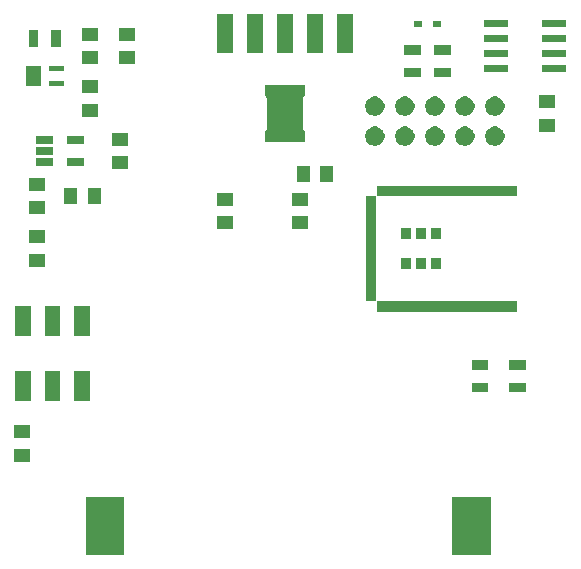
<source format=gbr>
G04 #@! TF.GenerationSoftware,KiCad,Pcbnew,(5.0.2)-1*
G04 #@! TF.CreationDate,2019-07-02T12:14:06-04:00*
G04 #@! TF.ProjectId,IGEM_Device,4947454d-5f44-4657-9669-63652e6b6963,rev?*
G04 #@! TF.SameCoordinates,Original*
G04 #@! TF.FileFunction,Soldermask,Top*
G04 #@! TF.FilePolarity,Negative*
%FSLAX46Y46*%
G04 Gerber Fmt 4.6, Leading zero omitted, Abs format (unit mm)*
G04 Created by KiCad (PCBNEW (5.0.2)-1) date 2019-07-02 12:14:06 PM*
%MOMM*%
%LPD*%
G01*
G04 APERTURE LIST*
%ADD10C,0.100000*%
G04 APERTURE END LIST*
D10*
G04 #@! TO.C,J2*
G36*
X119329000Y-51267000D02*
X120701000Y-51267000D01*
X120701000Y-54549020D01*
X119329000Y-54549020D01*
X119329000Y-51267000D01*
G37*
G36*
X121869000Y-51267000D02*
X123241000Y-51267000D01*
X123241000Y-54549020D01*
X121869000Y-54549020D01*
X121869000Y-51267000D01*
G37*
G36*
X124408997Y-51267000D02*
X125781003Y-51267000D01*
X125781003Y-54549020D01*
X124408997Y-54549020D01*
X124408997Y-51267000D01*
G37*
G36*
X126949000Y-51267000D02*
X128321000Y-51267000D01*
X128321000Y-54549020D01*
X126949000Y-54549020D01*
X126949000Y-51267000D01*
G37*
G36*
X129489000Y-51267000D02*
X130861000Y-51267000D01*
X130861000Y-54549020D01*
X129489000Y-54549020D01*
X129489000Y-51267000D01*
G37*
G36*
X142519600Y-97053600D02*
X139268000Y-97053600D01*
X139268000Y-92176400D01*
X142519600Y-92176400D01*
X142519600Y-97053600D01*
X142519600Y-97053600D01*
G37*
G36*
X111480800Y-97053600D02*
X108229200Y-97053600D01*
X108229200Y-92176400D01*
X111480800Y-92176400D01*
X111480800Y-97053600D01*
X111480800Y-97053600D01*
G37*
G36*
X103546000Y-89181000D02*
X102194000Y-89181000D01*
X102194000Y-88079000D01*
X103546000Y-88079000D01*
X103546000Y-89181000D01*
X103546000Y-89181000D01*
G37*
G36*
X103546000Y-87181000D02*
X102194000Y-87181000D01*
X102194000Y-86079000D01*
X103546000Y-86079000D01*
X103546000Y-87181000D01*
X103546000Y-87181000D01*
G37*
G36*
X108557900Y-84061500D02*
X107262100Y-84061500D01*
X107262100Y-81470300D01*
X108557900Y-81470300D01*
X108557900Y-84061500D01*
X108557900Y-84061500D01*
G37*
G36*
X103557900Y-84061500D02*
X102262100Y-84061500D01*
X102262100Y-81470300D01*
X103557900Y-81470300D01*
X103557900Y-84061500D01*
X103557900Y-84061500D01*
G37*
G36*
X106057900Y-84061500D02*
X104762100Y-84061500D01*
X104762100Y-81470300D01*
X106057900Y-81470300D01*
X106057900Y-84061500D01*
X106057900Y-84061500D01*
G37*
G36*
X145481000Y-83266000D02*
X144079000Y-83266000D01*
X144079000Y-82464000D01*
X145481000Y-82464000D01*
X145481000Y-83266000D01*
X145481000Y-83266000D01*
G37*
G36*
X142306000Y-83266000D02*
X140904000Y-83266000D01*
X140904000Y-82464000D01*
X142306000Y-82464000D01*
X142306000Y-83266000D01*
X142306000Y-83266000D01*
G37*
G36*
X145481000Y-81366000D02*
X144079000Y-81366000D01*
X144079000Y-80564000D01*
X145481000Y-80564000D01*
X145481000Y-81366000D01*
X145481000Y-81366000D01*
G37*
G36*
X142306000Y-81366000D02*
X140904000Y-81366000D01*
X140904000Y-80564000D01*
X142306000Y-80564000D01*
X142306000Y-81366000D01*
X142306000Y-81366000D01*
G37*
G36*
X103557900Y-78549700D02*
X102262100Y-78549700D01*
X102262100Y-75958500D01*
X103557900Y-75958500D01*
X103557900Y-78549700D01*
X103557900Y-78549700D01*
G37*
G36*
X106057900Y-78549700D02*
X104762100Y-78549700D01*
X104762100Y-75958500D01*
X106057900Y-75958500D01*
X106057900Y-78549700D01*
X106057900Y-78549700D01*
G37*
G36*
X108557900Y-78549700D02*
X107262100Y-78549700D01*
X107262100Y-75958500D01*
X108557900Y-75958500D01*
X108557900Y-78549700D01*
X108557900Y-78549700D01*
G37*
G36*
X132911000Y-75594000D02*
X144786000Y-75594000D01*
X144786000Y-76456000D01*
X132924000Y-76456000D01*
X132924000Y-75676000D01*
X132921598Y-75651614D01*
X132914485Y-75628165D01*
X132902934Y-75606554D01*
X132891015Y-75592032D01*
X132911000Y-75594000D01*
X132911000Y-75594000D01*
G37*
G36*
X132807066Y-66701554D02*
X132795515Y-66723165D01*
X132788402Y-66746614D01*
X132786000Y-66771000D01*
X132786000Y-75469000D01*
X132788402Y-75493386D01*
X132795515Y-75516835D01*
X132807066Y-75538446D01*
X132818985Y-75552968D01*
X132799000Y-75551000D01*
X131924000Y-75551000D01*
X131924000Y-66689000D01*
X132799000Y-66689000D01*
X132818985Y-66687032D01*
X132807066Y-66701554D01*
X132807066Y-66701554D01*
G37*
G36*
X135786000Y-72821000D02*
X134924000Y-72821000D01*
X134924000Y-71959000D01*
X135786000Y-71959000D01*
X135786000Y-72821000D01*
X135786000Y-72821000D01*
G37*
G36*
X137036000Y-72821000D02*
X136174000Y-72821000D01*
X136174000Y-71959000D01*
X137036000Y-71959000D01*
X137036000Y-72821000D01*
X137036000Y-72821000D01*
G37*
G36*
X138306000Y-72821000D02*
X137444000Y-72821000D01*
X137444000Y-71959000D01*
X138306000Y-71959000D01*
X138306000Y-72821000D01*
X138306000Y-72821000D01*
G37*
G36*
X104816000Y-72671000D02*
X103464000Y-72671000D01*
X103464000Y-71569000D01*
X104816000Y-71569000D01*
X104816000Y-72671000D01*
X104816000Y-72671000D01*
G37*
G36*
X104816000Y-70671000D02*
X103464000Y-70671000D01*
X103464000Y-69569000D01*
X104816000Y-69569000D01*
X104816000Y-70671000D01*
X104816000Y-70671000D01*
G37*
G36*
X135766000Y-70281000D02*
X134904000Y-70281000D01*
X134904000Y-69419000D01*
X135766000Y-69419000D01*
X135766000Y-70281000D01*
X135766000Y-70281000D01*
G37*
G36*
X137036000Y-70281000D02*
X136174000Y-70281000D01*
X136174000Y-69419000D01*
X137036000Y-69419000D01*
X137036000Y-70281000D01*
X137036000Y-70281000D01*
G37*
G36*
X138306000Y-70281000D02*
X137444000Y-70281000D01*
X137444000Y-69419000D01*
X138306000Y-69419000D01*
X138306000Y-70281000D01*
X138306000Y-70281000D01*
G37*
G36*
X120691000Y-69496000D02*
X119339000Y-69496000D01*
X119339000Y-68394000D01*
X120691000Y-68394000D01*
X120691000Y-69496000D01*
X120691000Y-69496000D01*
G37*
G36*
X127041000Y-69496000D02*
X125689000Y-69496000D01*
X125689000Y-68394000D01*
X127041000Y-68394000D01*
X127041000Y-69496000D01*
X127041000Y-69496000D01*
G37*
G36*
X104816000Y-68226000D02*
X103464000Y-68226000D01*
X103464000Y-67124000D01*
X104816000Y-67124000D01*
X104816000Y-68226000D01*
X104816000Y-68226000D01*
G37*
G36*
X120691000Y-67496000D02*
X119339000Y-67496000D01*
X119339000Y-66394000D01*
X120691000Y-66394000D01*
X120691000Y-67496000D01*
X120691000Y-67496000D01*
G37*
G36*
X127041000Y-67496000D02*
X125689000Y-67496000D01*
X125689000Y-66394000D01*
X127041000Y-66394000D01*
X127041000Y-67496000D01*
X127041000Y-67496000D01*
G37*
G36*
X107501000Y-67351000D02*
X106399000Y-67351000D01*
X106399000Y-65999000D01*
X107501000Y-65999000D01*
X107501000Y-67351000D01*
X107501000Y-67351000D01*
G37*
G36*
X109501000Y-67351000D02*
X108399000Y-67351000D01*
X108399000Y-65999000D01*
X109501000Y-65999000D01*
X109501000Y-67351000D01*
X109501000Y-67351000D01*
G37*
G36*
X144786000Y-66646000D02*
X132911000Y-66646000D01*
X132891015Y-66647968D01*
X132902934Y-66633446D01*
X132914485Y-66611835D01*
X132921598Y-66588386D01*
X132924000Y-66564000D01*
X132924000Y-65784000D01*
X144786000Y-65784000D01*
X144786000Y-66646000D01*
X144786000Y-66646000D01*
G37*
G36*
X104816000Y-66226000D02*
X103464000Y-66226000D01*
X103464000Y-65124000D01*
X104816000Y-65124000D01*
X104816000Y-66226000D01*
X104816000Y-66226000D01*
G37*
G36*
X129186000Y-65446000D02*
X128084000Y-65446000D01*
X128084000Y-64094000D01*
X129186000Y-64094000D01*
X129186000Y-65446000D01*
X129186000Y-65446000D01*
G37*
G36*
X127186000Y-65446000D02*
X126084000Y-65446000D01*
X126084000Y-64094000D01*
X127186000Y-64094000D01*
X127186000Y-65446000D01*
X127186000Y-65446000D01*
G37*
G36*
X111801000Y-64416000D02*
X110449000Y-64416000D01*
X110449000Y-63314000D01*
X111801000Y-63314000D01*
X111801000Y-64416000D01*
X111801000Y-64416000D01*
G37*
G36*
X108051800Y-64145401D02*
X106629000Y-64145401D01*
X106629000Y-63484601D01*
X108051800Y-63484601D01*
X108051800Y-64145401D01*
X108051800Y-64145401D01*
G37*
G36*
X105461000Y-64145401D02*
X104038200Y-64145401D01*
X104038200Y-63484601D01*
X105461000Y-63484601D01*
X105461000Y-64145401D01*
X105461000Y-64145401D01*
G37*
G36*
X105461000Y-63195400D02*
X104038200Y-63195400D01*
X104038200Y-62534600D01*
X105461000Y-62534600D01*
X105461000Y-63195400D01*
X105461000Y-63195400D01*
G37*
G36*
X111801000Y-62416000D02*
X110449000Y-62416000D01*
X110449000Y-61314000D01*
X111801000Y-61314000D01*
X111801000Y-62416000D01*
X111801000Y-62416000D01*
G37*
G36*
X138032142Y-60813242D02*
X138180102Y-60874530D01*
X138247130Y-60919317D01*
X138313257Y-60963501D01*
X138426499Y-61076743D01*
X138446975Y-61107388D01*
X138515470Y-61209898D01*
X138576758Y-61357858D01*
X138608000Y-61514925D01*
X138608000Y-61675075D01*
X138576758Y-61832142D01*
X138515470Y-61980102D01*
X138426498Y-62113258D01*
X138313258Y-62226498D01*
X138180102Y-62315470D01*
X138032142Y-62376758D01*
X137875075Y-62408000D01*
X137714925Y-62408000D01*
X137557858Y-62376758D01*
X137409898Y-62315470D01*
X137276742Y-62226498D01*
X137163502Y-62113258D01*
X137074530Y-61980102D01*
X137013242Y-61832142D01*
X136982000Y-61675075D01*
X136982000Y-61514925D01*
X137013242Y-61357858D01*
X137074530Y-61209898D01*
X137143025Y-61107388D01*
X137163501Y-61076743D01*
X137276743Y-60963501D01*
X137342870Y-60919317D01*
X137409898Y-60874530D01*
X137557858Y-60813242D01*
X137714925Y-60782000D01*
X137875075Y-60782000D01*
X138032142Y-60813242D01*
X138032142Y-60813242D01*
G37*
G36*
X132952142Y-60813242D02*
X133100102Y-60874530D01*
X133167130Y-60919317D01*
X133233257Y-60963501D01*
X133346499Y-61076743D01*
X133366975Y-61107388D01*
X133435470Y-61209898D01*
X133496758Y-61357858D01*
X133528000Y-61514925D01*
X133528000Y-61675075D01*
X133496758Y-61832142D01*
X133435470Y-61980102D01*
X133346498Y-62113258D01*
X133233258Y-62226498D01*
X133100102Y-62315470D01*
X132952142Y-62376758D01*
X132795075Y-62408000D01*
X132634925Y-62408000D01*
X132477858Y-62376758D01*
X132329898Y-62315470D01*
X132196742Y-62226498D01*
X132083502Y-62113258D01*
X131994530Y-61980102D01*
X131933242Y-61832142D01*
X131902000Y-61675075D01*
X131902000Y-61514925D01*
X131933242Y-61357858D01*
X131994530Y-61209898D01*
X132063025Y-61107388D01*
X132083501Y-61076743D01*
X132196743Y-60963501D01*
X132262870Y-60919317D01*
X132329898Y-60874530D01*
X132477858Y-60813242D01*
X132634925Y-60782000D01*
X132795075Y-60782000D01*
X132952142Y-60813242D01*
X132952142Y-60813242D01*
G37*
G36*
X135492142Y-60813242D02*
X135640102Y-60874530D01*
X135707130Y-60919317D01*
X135773257Y-60963501D01*
X135886499Y-61076743D01*
X135906975Y-61107388D01*
X135975470Y-61209898D01*
X136036758Y-61357858D01*
X136068000Y-61514925D01*
X136068000Y-61675075D01*
X136036758Y-61832142D01*
X135975470Y-61980102D01*
X135886498Y-62113258D01*
X135773258Y-62226498D01*
X135640102Y-62315470D01*
X135492142Y-62376758D01*
X135335075Y-62408000D01*
X135174925Y-62408000D01*
X135017858Y-62376758D01*
X134869898Y-62315470D01*
X134736742Y-62226498D01*
X134623502Y-62113258D01*
X134534530Y-61980102D01*
X134473242Y-61832142D01*
X134442000Y-61675075D01*
X134442000Y-61514925D01*
X134473242Y-61357858D01*
X134534530Y-61209898D01*
X134603025Y-61107388D01*
X134623501Y-61076743D01*
X134736743Y-60963501D01*
X134802870Y-60919317D01*
X134869898Y-60874530D01*
X135017858Y-60813242D01*
X135174925Y-60782000D01*
X135335075Y-60782000D01*
X135492142Y-60813242D01*
X135492142Y-60813242D01*
G37*
G36*
X140572142Y-60813242D02*
X140720102Y-60874530D01*
X140787130Y-60919317D01*
X140853257Y-60963501D01*
X140966499Y-61076743D01*
X140986975Y-61107388D01*
X141055470Y-61209898D01*
X141116758Y-61357858D01*
X141148000Y-61514925D01*
X141148000Y-61675075D01*
X141116758Y-61832142D01*
X141055470Y-61980102D01*
X140966498Y-62113258D01*
X140853258Y-62226498D01*
X140720102Y-62315470D01*
X140572142Y-62376758D01*
X140415075Y-62408000D01*
X140254925Y-62408000D01*
X140097858Y-62376758D01*
X139949898Y-62315470D01*
X139816742Y-62226498D01*
X139703502Y-62113258D01*
X139614530Y-61980102D01*
X139553242Y-61832142D01*
X139522000Y-61675075D01*
X139522000Y-61514925D01*
X139553242Y-61357858D01*
X139614530Y-61209898D01*
X139683025Y-61107388D01*
X139703501Y-61076743D01*
X139816743Y-60963501D01*
X139882870Y-60919317D01*
X139949898Y-60874530D01*
X140097858Y-60813242D01*
X140254925Y-60782000D01*
X140415075Y-60782000D01*
X140572142Y-60813242D01*
X140572142Y-60813242D01*
G37*
G36*
X143112142Y-60813242D02*
X143260102Y-60874530D01*
X143327130Y-60919317D01*
X143393257Y-60963501D01*
X143506499Y-61076743D01*
X143526975Y-61107388D01*
X143595470Y-61209898D01*
X143656758Y-61357858D01*
X143688000Y-61514925D01*
X143688000Y-61675075D01*
X143656758Y-61832142D01*
X143595470Y-61980102D01*
X143506498Y-62113258D01*
X143393258Y-62226498D01*
X143260102Y-62315470D01*
X143112142Y-62376758D01*
X142955075Y-62408000D01*
X142794925Y-62408000D01*
X142637858Y-62376758D01*
X142489898Y-62315470D01*
X142356742Y-62226498D01*
X142243502Y-62113258D01*
X142154530Y-61980102D01*
X142093242Y-61832142D01*
X142062000Y-61675075D01*
X142062000Y-61514925D01*
X142093242Y-61357858D01*
X142154530Y-61209898D01*
X142223025Y-61107388D01*
X142243501Y-61076743D01*
X142356743Y-60963501D01*
X142422870Y-60919317D01*
X142489898Y-60874530D01*
X142637858Y-60813242D01*
X142794925Y-60782000D01*
X142955075Y-60782000D01*
X143112142Y-60813242D01*
X143112142Y-60813242D01*
G37*
G36*
X105461000Y-62245399D02*
X104038200Y-62245399D01*
X104038200Y-61584599D01*
X105461000Y-61584599D01*
X105461000Y-62245399D01*
X105461000Y-62245399D01*
G37*
G36*
X108051800Y-62245399D02*
X106629000Y-62245399D01*
X106629000Y-61584599D01*
X108051800Y-61584599D01*
X108051800Y-62245399D01*
X108051800Y-62245399D01*
G37*
G36*
X126781000Y-58236000D02*
X126771000Y-58236000D01*
X126746614Y-58238402D01*
X126723165Y-58245515D01*
X126701554Y-58257066D01*
X126682612Y-58272612D01*
X126667066Y-58291554D01*
X126655515Y-58313165D01*
X126648402Y-58336614D01*
X126646000Y-58361000D01*
X126646000Y-61019000D01*
X126648402Y-61043386D01*
X126655515Y-61066835D01*
X126667066Y-61088446D01*
X126682612Y-61107388D01*
X126701554Y-61122934D01*
X126723165Y-61134485D01*
X126746614Y-61141598D01*
X126771000Y-61144000D01*
X126781000Y-61144000D01*
X126781000Y-62106000D01*
X123409000Y-62106000D01*
X123409000Y-61144000D01*
X123419000Y-61144000D01*
X123443386Y-61141598D01*
X123466835Y-61134485D01*
X123488446Y-61122934D01*
X123507388Y-61107388D01*
X123522934Y-61088446D01*
X123534485Y-61066835D01*
X123541598Y-61043386D01*
X123544000Y-61019000D01*
X123544000Y-58361000D01*
X123541598Y-58336614D01*
X123534485Y-58313165D01*
X123522934Y-58291554D01*
X123507388Y-58272612D01*
X123488446Y-58257066D01*
X123466835Y-58245515D01*
X123443386Y-58238402D01*
X123419000Y-58236000D01*
X123409000Y-58236000D01*
X123409000Y-57274000D01*
X126781000Y-57274000D01*
X126781000Y-58236000D01*
X126781000Y-58236000D01*
G37*
G36*
X147996000Y-61241000D02*
X146644000Y-61241000D01*
X146644000Y-60139000D01*
X147996000Y-60139000D01*
X147996000Y-61241000D01*
X147996000Y-61241000D01*
G37*
G36*
X109261000Y-59971000D02*
X107909000Y-59971000D01*
X107909000Y-58869000D01*
X109261000Y-58869000D01*
X109261000Y-59971000D01*
X109261000Y-59971000D01*
G37*
G36*
X143112142Y-58273242D02*
X143260102Y-58334530D01*
X143393258Y-58423502D01*
X143506498Y-58536742D01*
X143595470Y-58669898D01*
X143656758Y-58817858D01*
X143688000Y-58974925D01*
X143688000Y-59135075D01*
X143656758Y-59292142D01*
X143595470Y-59440102D01*
X143506498Y-59573258D01*
X143393258Y-59686498D01*
X143260102Y-59775470D01*
X143112142Y-59836758D01*
X142955075Y-59868000D01*
X142794925Y-59868000D01*
X142637858Y-59836758D01*
X142489898Y-59775470D01*
X142356742Y-59686498D01*
X142243502Y-59573258D01*
X142154530Y-59440102D01*
X142093242Y-59292142D01*
X142062000Y-59135075D01*
X142062000Y-58974925D01*
X142093242Y-58817858D01*
X142154530Y-58669898D01*
X142243502Y-58536742D01*
X142356742Y-58423502D01*
X142489898Y-58334530D01*
X142637858Y-58273242D01*
X142794925Y-58242000D01*
X142955075Y-58242000D01*
X143112142Y-58273242D01*
X143112142Y-58273242D01*
G37*
G36*
X140572142Y-58273242D02*
X140720102Y-58334530D01*
X140853258Y-58423502D01*
X140966498Y-58536742D01*
X141055470Y-58669898D01*
X141116758Y-58817858D01*
X141148000Y-58974925D01*
X141148000Y-59135075D01*
X141116758Y-59292142D01*
X141055470Y-59440102D01*
X140966498Y-59573258D01*
X140853258Y-59686498D01*
X140720102Y-59775470D01*
X140572142Y-59836758D01*
X140415075Y-59868000D01*
X140254925Y-59868000D01*
X140097858Y-59836758D01*
X139949898Y-59775470D01*
X139816742Y-59686498D01*
X139703502Y-59573258D01*
X139614530Y-59440102D01*
X139553242Y-59292142D01*
X139522000Y-59135075D01*
X139522000Y-58974925D01*
X139553242Y-58817858D01*
X139614530Y-58669898D01*
X139703502Y-58536742D01*
X139816742Y-58423502D01*
X139949898Y-58334530D01*
X140097858Y-58273242D01*
X140254925Y-58242000D01*
X140415075Y-58242000D01*
X140572142Y-58273242D01*
X140572142Y-58273242D01*
G37*
G36*
X138032142Y-58273242D02*
X138180102Y-58334530D01*
X138313258Y-58423502D01*
X138426498Y-58536742D01*
X138515470Y-58669898D01*
X138576758Y-58817858D01*
X138608000Y-58974925D01*
X138608000Y-59135075D01*
X138576758Y-59292142D01*
X138515470Y-59440102D01*
X138426498Y-59573258D01*
X138313258Y-59686498D01*
X138180102Y-59775470D01*
X138032142Y-59836758D01*
X137875075Y-59868000D01*
X137714925Y-59868000D01*
X137557858Y-59836758D01*
X137409898Y-59775470D01*
X137276742Y-59686498D01*
X137163502Y-59573258D01*
X137074530Y-59440102D01*
X137013242Y-59292142D01*
X136982000Y-59135075D01*
X136982000Y-58974925D01*
X137013242Y-58817858D01*
X137074530Y-58669898D01*
X137163502Y-58536742D01*
X137276742Y-58423502D01*
X137409898Y-58334530D01*
X137557858Y-58273242D01*
X137714925Y-58242000D01*
X137875075Y-58242000D01*
X138032142Y-58273242D01*
X138032142Y-58273242D01*
G37*
G36*
X135492142Y-58273242D02*
X135640102Y-58334530D01*
X135773258Y-58423502D01*
X135886498Y-58536742D01*
X135975470Y-58669898D01*
X136036758Y-58817858D01*
X136068000Y-58974925D01*
X136068000Y-59135075D01*
X136036758Y-59292142D01*
X135975470Y-59440102D01*
X135886498Y-59573258D01*
X135773258Y-59686498D01*
X135640102Y-59775470D01*
X135492142Y-59836758D01*
X135335075Y-59868000D01*
X135174925Y-59868000D01*
X135017858Y-59836758D01*
X134869898Y-59775470D01*
X134736742Y-59686498D01*
X134623502Y-59573258D01*
X134534530Y-59440102D01*
X134473242Y-59292142D01*
X134442000Y-59135075D01*
X134442000Y-58974925D01*
X134473242Y-58817858D01*
X134534530Y-58669898D01*
X134623502Y-58536742D01*
X134736742Y-58423502D01*
X134869898Y-58334530D01*
X135017858Y-58273242D01*
X135174925Y-58242000D01*
X135335075Y-58242000D01*
X135492142Y-58273242D01*
X135492142Y-58273242D01*
G37*
G36*
X132952142Y-58273242D02*
X133100102Y-58334530D01*
X133233258Y-58423502D01*
X133346498Y-58536742D01*
X133435470Y-58669898D01*
X133496758Y-58817858D01*
X133528000Y-58974925D01*
X133528000Y-59135075D01*
X133496758Y-59292142D01*
X133435470Y-59440102D01*
X133346498Y-59573258D01*
X133233258Y-59686498D01*
X133100102Y-59775470D01*
X132952142Y-59836758D01*
X132795075Y-59868000D01*
X132634925Y-59868000D01*
X132477858Y-59836758D01*
X132329898Y-59775470D01*
X132196742Y-59686498D01*
X132083502Y-59573258D01*
X131994530Y-59440102D01*
X131933242Y-59292142D01*
X131902000Y-59135075D01*
X131902000Y-58974925D01*
X131933242Y-58817858D01*
X131994530Y-58669898D01*
X132083502Y-58536742D01*
X132196742Y-58423502D01*
X132329898Y-58334530D01*
X132477858Y-58273242D01*
X132634925Y-58242000D01*
X132795075Y-58242000D01*
X132952142Y-58273242D01*
X132952142Y-58273242D01*
G37*
G36*
X147996000Y-59241000D02*
X146644000Y-59241000D01*
X146644000Y-58139000D01*
X147996000Y-58139000D01*
X147996000Y-59241000D01*
X147996000Y-59241000D01*
G37*
G36*
X109261000Y-57971000D02*
X107909000Y-57971000D01*
X107909000Y-56869000D01*
X109261000Y-56869000D01*
X109261000Y-57971000D01*
X109261000Y-57971000D01*
G37*
G36*
X106375400Y-57393799D02*
X105105000Y-57393799D01*
X105105000Y-56936199D01*
X106375400Y-56936199D01*
X106375400Y-57393799D01*
X106375400Y-57393799D01*
G37*
G36*
X104445000Y-57393799D02*
X103174600Y-57393799D01*
X103174600Y-55636201D01*
X104445000Y-55636201D01*
X104445000Y-57393799D01*
X104445000Y-57393799D01*
G37*
G36*
X139131000Y-56596000D02*
X137729000Y-56596000D01*
X137729000Y-55794000D01*
X139131000Y-55794000D01*
X139131000Y-56596000D01*
X139131000Y-56596000D01*
G37*
G36*
X136591000Y-56596000D02*
X135189000Y-56596000D01*
X135189000Y-55794000D01*
X136591000Y-55794000D01*
X136591000Y-56596000D01*
X136591000Y-56596000D01*
G37*
G36*
X148920400Y-56210400D02*
X146837200Y-56210400D01*
X146837200Y-55549600D01*
X148920400Y-55549600D01*
X148920400Y-56210400D01*
X148920400Y-56210400D01*
G37*
G36*
X143992800Y-56210400D02*
X141909600Y-56210400D01*
X141909600Y-55549600D01*
X143992800Y-55549600D01*
X143992800Y-56210400D01*
X143992800Y-56210400D01*
G37*
G36*
X106375400Y-56093801D02*
X105105000Y-56093801D01*
X105105000Y-55636201D01*
X106375400Y-55636201D01*
X106375400Y-56093801D01*
X106375400Y-56093801D01*
G37*
G36*
X109261000Y-55526000D02*
X107909000Y-55526000D01*
X107909000Y-54424000D01*
X109261000Y-54424000D01*
X109261000Y-55526000D01*
X109261000Y-55526000D01*
G37*
G36*
X112436000Y-55526000D02*
X111084000Y-55526000D01*
X111084000Y-54424000D01*
X112436000Y-54424000D01*
X112436000Y-55526000D01*
X112436000Y-55526000D01*
G37*
G36*
X143992800Y-54940400D02*
X141909600Y-54940400D01*
X141909600Y-54279600D01*
X143992800Y-54279600D01*
X143992800Y-54940400D01*
X143992800Y-54940400D01*
G37*
G36*
X148920400Y-54940400D02*
X146837200Y-54940400D01*
X146837200Y-54279600D01*
X148920400Y-54279600D01*
X148920400Y-54940400D01*
X148920400Y-54940400D01*
G37*
G36*
X136591000Y-54696000D02*
X135189000Y-54696000D01*
X135189000Y-53894000D01*
X136591000Y-53894000D01*
X136591000Y-54696000D01*
X136591000Y-54696000D01*
G37*
G36*
X139131000Y-54696000D02*
X137729000Y-54696000D01*
X137729000Y-53894000D01*
X139131000Y-53894000D01*
X139131000Y-54696000D01*
X139131000Y-54696000D01*
G37*
G36*
X130861000Y-54549000D02*
X129489000Y-54549000D01*
X129489000Y-51267000D01*
X130861000Y-51267000D01*
X130861000Y-54549000D01*
X130861000Y-54549000D01*
G37*
G36*
X128321000Y-54549000D02*
X126949000Y-54549000D01*
X126949000Y-51267000D01*
X128321000Y-51267000D01*
X128321000Y-54549000D01*
X128321000Y-54549000D01*
G37*
G36*
X125781000Y-54549000D02*
X124409000Y-54549000D01*
X124409000Y-51267000D01*
X125781000Y-51267000D01*
X125781000Y-54549000D01*
X125781000Y-54549000D01*
G37*
G36*
X123241000Y-54549000D02*
X121869000Y-54549000D01*
X121869000Y-51267000D01*
X123241000Y-51267000D01*
X123241000Y-54549000D01*
X123241000Y-54549000D01*
G37*
G36*
X120701000Y-54549000D02*
X119329000Y-54549000D01*
X119329000Y-51267000D01*
X120701000Y-51267000D01*
X120701000Y-54549000D01*
X120701000Y-54549000D01*
G37*
G36*
X104226000Y-54041000D02*
X103424000Y-54041000D01*
X103424000Y-52639000D01*
X104226000Y-52639000D01*
X104226000Y-54041000D01*
X104226000Y-54041000D01*
G37*
G36*
X106126000Y-54041000D02*
X105324000Y-54041000D01*
X105324000Y-52639000D01*
X106126000Y-52639000D01*
X106126000Y-54041000D01*
X106126000Y-54041000D01*
G37*
G36*
X148920400Y-53670400D02*
X146837200Y-53670400D01*
X146837200Y-53009600D01*
X148920400Y-53009600D01*
X148920400Y-53670400D01*
X148920400Y-53670400D01*
G37*
G36*
X143992800Y-53670400D02*
X141909600Y-53670400D01*
X141909600Y-53009600D01*
X143992800Y-53009600D01*
X143992800Y-53670400D01*
X143992800Y-53670400D01*
G37*
G36*
X112436000Y-53526000D02*
X111084000Y-53526000D01*
X111084000Y-52424000D01*
X112436000Y-52424000D01*
X112436000Y-53526000D01*
X112436000Y-53526000D01*
G37*
G36*
X109261000Y-53526000D02*
X107909000Y-53526000D01*
X107909000Y-52424000D01*
X109261000Y-52424000D01*
X109261000Y-53526000D01*
X109261000Y-53526000D01*
G37*
G36*
X143992800Y-52400400D02*
X141909600Y-52400400D01*
X141909600Y-51739600D01*
X143992800Y-51739600D01*
X143992800Y-52400400D01*
X143992800Y-52400400D01*
G37*
G36*
X148920400Y-52400400D02*
X146837200Y-52400400D01*
X146837200Y-51739600D01*
X148920400Y-51739600D01*
X148920400Y-52400400D01*
X148920400Y-52400400D01*
G37*
G36*
X138276000Y-52321000D02*
X137644000Y-52321000D01*
X137644000Y-51819000D01*
X138276000Y-51819000D01*
X138276000Y-52321000D01*
X138276000Y-52321000D01*
G37*
G36*
X136676000Y-52321000D02*
X136044000Y-52321000D01*
X136044000Y-51819000D01*
X136676000Y-51819000D01*
X136676000Y-52321000D01*
X136676000Y-52321000D01*
G37*
M02*

</source>
